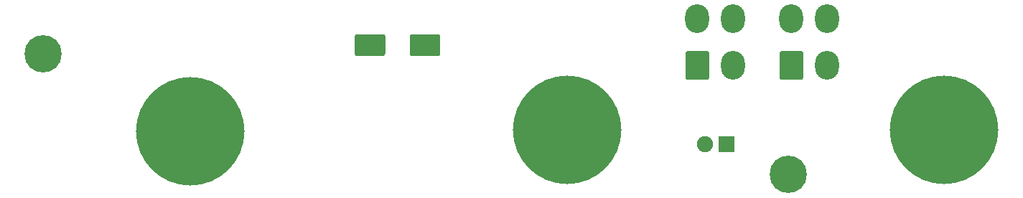
<source format=gbr>
G04 #@! TF.GenerationSoftware,KiCad,Pcbnew,(5.1.6)-1*
G04 #@! TF.CreationDate,2021-02-10T20:40:58+11:00*
G04 #@! TF.ProjectId,ELEC Panel Panel PCB V2,454c4543-2050-4616-9e65-6c2050616e65,rev?*
G04 #@! TF.SameCoordinates,Original*
G04 #@! TF.FileFunction,Soldermask,Bot*
G04 #@! TF.FilePolarity,Negative*
%FSLAX46Y46*%
G04 Gerber Fmt 4.6, Leading zero omitted, Abs format (unit mm)*
G04 Created by KiCad (PCBNEW (5.1.6)-1) date 2021-02-10 20:40:58*
%MOMM*%
%LPD*%
G01*
G04 APERTURE LIST*
%ADD10C,4.400000*%
%ADD11C,12.800000*%
%ADD12O,2.800000X3.400000*%
%ADD13C,1.900000*%
%ADD14R,1.900000X1.900000*%
G04 APERTURE END LIST*
D10*
G04 #@! TO.C,5*
X40411400Y-125780800D03*
G04 #@! TD*
G04 #@! TO.C,4*
X128295400Y-140068300D03*
G04 #@! TD*
D11*
G04 #@! TO.C,1*
X57810400Y-134979916D03*
X57810400Y-134979916D03*
G04 #@! TD*
G04 #@! TO.C,2*
X102260400Y-134797800D03*
X102260400Y-134797800D03*
G04 #@! TD*
G04 #@! TO.C,3*
X146710400Y-134797800D03*
X146710400Y-134797800D03*
G04 #@! TD*
D12*
G04 #@! TO.C,J2*
X132870000Y-121680000D03*
X128670000Y-121680000D03*
X132870000Y-127180000D03*
G36*
G01*
X127270000Y-128620740D02*
X127270000Y-125739260D01*
G75*
G02*
X127529260Y-125480000I259260J0D01*
G01*
X129810740Y-125480000D01*
G75*
G02*
X130070000Y-125739260I0J-259260D01*
G01*
X130070000Y-128620740D01*
G75*
G02*
X129810740Y-128880000I-259260J0D01*
G01*
X127529260Y-128880000D01*
G75*
G02*
X127270000Y-128620740I0J259260D01*
G01*
G37*
G04 #@! TD*
G04 #@! TO.C,J1*
X121780000Y-121680000D03*
X117580000Y-121680000D03*
X121780000Y-127180000D03*
G36*
G01*
X116180000Y-128620740D02*
X116180000Y-125739260D01*
G75*
G02*
X116439260Y-125480000I259260J0D01*
G01*
X118720740Y-125480000D01*
G75*
G02*
X118980000Y-125739260I0J-259260D01*
G01*
X118980000Y-128620740D01*
G75*
G02*
X118720740Y-128880000I-259260J0D01*
G01*
X116439260Y-128880000D01*
G75*
G02*
X116180000Y-128620740I0J259260D01*
G01*
G37*
G04 #@! TD*
D13*
G04 #@! TO.C,D1*
X118510000Y-136460000D03*
D14*
X121050000Y-136460000D03*
G04 #@! TD*
G04 #@! TO.C,C1*
G36*
G01*
X83670000Y-125820000D02*
X83670000Y-123740000D01*
G75*
G02*
X83930000Y-123480000I260000J0D01*
G01*
X87010000Y-123480000D01*
G75*
G02*
X87270000Y-123740000I0J-260000D01*
G01*
X87270000Y-125820000D01*
G75*
G02*
X87010000Y-126080000I-260000J0D01*
G01*
X83930000Y-126080000D01*
G75*
G02*
X83670000Y-125820000I0J260000D01*
G01*
G37*
G36*
G01*
X77170000Y-125820000D02*
X77170000Y-123740000D01*
G75*
G02*
X77430000Y-123480000I260000J0D01*
G01*
X80510000Y-123480000D01*
G75*
G02*
X80770000Y-123740000I0J-260000D01*
G01*
X80770000Y-125820000D01*
G75*
G02*
X80510000Y-126080000I-260000J0D01*
G01*
X77430000Y-126080000D01*
G75*
G02*
X77170000Y-125820000I0J260000D01*
G01*
G37*
G04 #@! TD*
M02*

</source>
